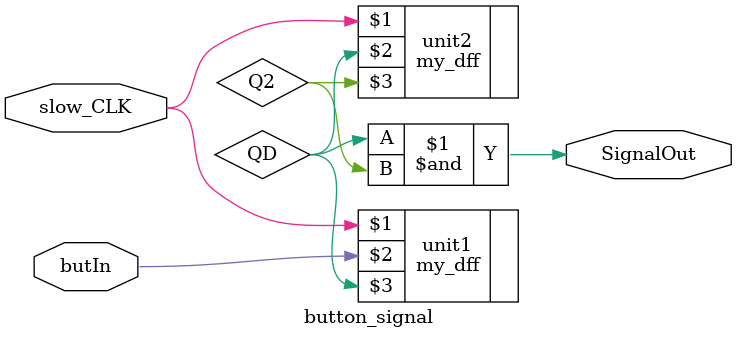
<source format=v>
`timescale 1ns / 1ps


module button_signal(
    input slow_CLK,
    input butIn,
    output SignalOut
    );
    wire QD,Q2;
    
    my_dff unit1 (slow_CLK,butIn,QD );
    my_dff unit2 (slow_CLK,QD,Q2 );
    assign SignalOut=QD&Q2;
endmodule

</source>
